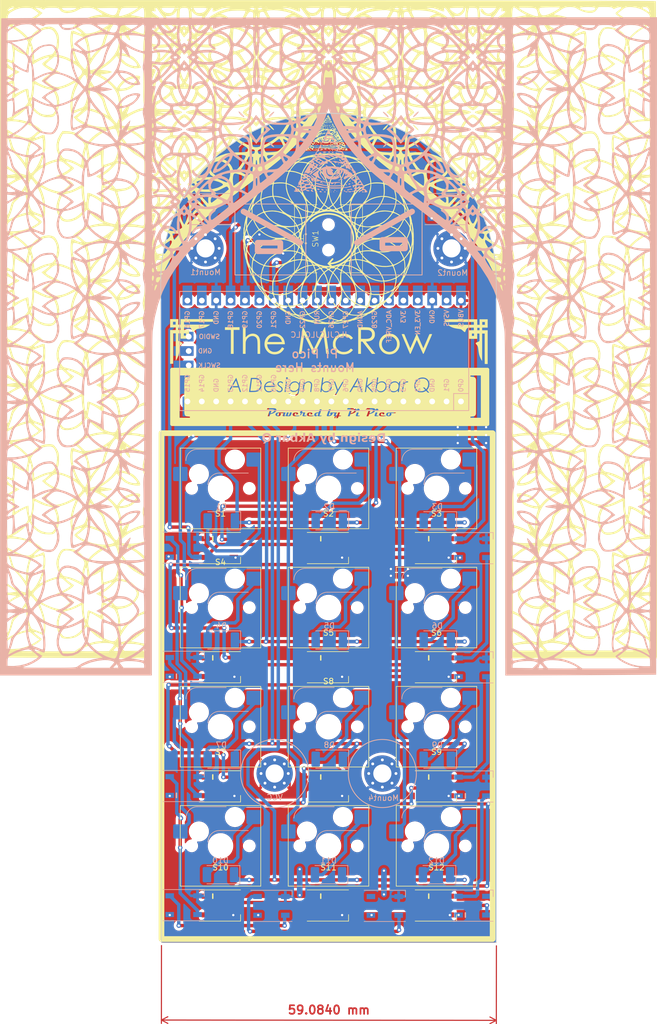
<source format=kicad_pcb>
(kicad_pcb (version 20241229) (generator "pcbnew") (generator_version "9.0")
  (title_block (title "Macro Keypad w/ Rotary on Top") (date "2023-12-27") (rev "1.0") (company "Akbar Q Open Source") (comment 1 "PCB Manufacture as 3x1 Panels Complete from JLC PCB") (comment 2 "Soldering of LEDs is Difficult by Hand"))
  (layers (0 "F.Cu" signal) (2 "B.Cu" signal) (13 "F.Paste" user) (15 "B.Paste" user) (5 "F.SilkS" user "F.Silkscreen") (7 "B.SilkS" user "B.Silkscreen") (1 "F.Mask" user) (3 "B.Mask" user) (25 "Edge.Cuts" user))
  (net 0 "")
  (net 1 "Row0")
  (net 2 "Net-(D1-A)")
  (net 3 "Net-(D2-A)")
  (net 4 "Net-(D3-A)")
  (net 5 "Net-(D4-A)")
  (net 6 "Row1")
  (net 7 "Net-(D5-A)")
  (net 8 "Net-(D6-A)")
  (net 9 "Net-(D7-A)")
  (net 10 "Net-(D8-A)")
  (net 11 "Row2")
  (net 12 "Net-(D9-A)")
  (net 13 "Net-(D10-A)")
  (net 14 "Net-(D11-A)")
  (net 15 "Net-(D12-A)")
  (net 16 "VBUS")
  (net 17 "Net-(D13-DOUT)")
  (net 18 "GND")
  (net 19 "Data0")
  (net 20 "Net-(D14-DOUT)")
  (net 21 "Net-(D15-DOUT)")
  (net 22 "Net-(D16-DOUT)")
  (net 23 "Net-(D17-DOUT)")
  (net 24 "Data1")
  (net 25 "Net-(D19-DOUT)")
  (net 26 "Net-(D20-DOUT)")
  (net 27 "Net-(D21-DOUT)")
  (net 28 "Net-(D22-DOUT)")
  (net 29 "Net-(D23-DOUT)")
  (net 30 "Data2")
  (net 31 "Net-(D25-DOUT)")
  (net 32 "Net-(D26-DOUT)")
  (net 33 "Data3")
  (net 34 "Net-(D27-DOUT)")
  (net 35 "Net-(D28-DOUT)")
  (net 36 "Net-(D29-DOUT)")
  (net 37 "Net-(D31-DOUT)")
  (net 38 "Net-(D32-DOUT)")
  (net 39 "Net-(D33-DOUT)")
  (net 40 "Net-(D34-DOUT)")
  (net 41 "Data4")
  (net 42 "Col0")
  (net 43 "Col1")
  (net 44 "Col2")
  (net 55 "Net-(U1-GPIO21)")
  (net 56 "Net-(U1-GPIO19)")
  (net 58 "Net-(U1-GPIO18)")
  (net 71 "Row3")
  (net 73 "Net-(D35-DOUT)")
  (footprint "ScottoKeebs_Components:LED_WS2812B" (layer "F.Cu") (at 52.6418 154.3104)
    (property "Reference" "D19" (hide yes))
    (property "Value" "WS2812B")
  )
  (footprint "LOGO" (layer "F.Cu") (at 71.805 57.7958)
    (property "Reference" "G***" (hide yes))
    (property "Value" "LOGO" (hide yes))
  )
  (footprint "ScottoKeebs_Components:LED_WS2812B" (layer "F.Cu") (at 52.6418 133.3104)
    (property "Reference" "D16" (hide yes))
    (property "Value" "WS2812B")
  )
  (footprint "LOGO" (layer "F.Cu") (at 72.821 74.549)
    (property "Reference" "G***" (hide yes))
    (property "Value" "LOGO" (hide yes))
  )
  (footprint "ScottoKeebs_Hotswap:Hotswap_MX_1.00u" (layer "F.Cu") (at 52.755 101.7958)
    (property "Reference" "S1")
    (property "Value" "Keyswitch")
  )
  (footprint "ScottoKeebs_Hotswap:Hotswap_MX_1.00u" (layer "F.Cu") (at 71.805 164.7958)
    (property "Reference" "S11")
    (property "Value" "Keyswitch")
  )
  (footprint "ScottoKeebs_Components:LED_WS2812B" (layer "F.Cu") (at 90.7418 112.3104)
    (property "Reference" "D15" (hide yes))
    (property "Value" "WS2812B")
  )
  (footprint "ScottoKeebs_Hotswap:Hotswap_MX_1.00u" (layer "F.Cu") (at 52.755 143.7958)
    (property "Reference" "S7")
    (property "Value" "Keyswitch")
  )
  (footprint "ScottoKeebs_Hotswap:Hotswap_MX_1.00u" (layer "F.Cu") (at 90.855 143.7958)
    (property "Reference" "S9")
    (property "Value" "Keyswitch")
  )
  (footprint "ScottoKeebs_Components:LED_WS2812B" (layer "F.Cu") (at 71.6918 154.3104)
    (property "Reference" "D20" (hide yes))
    (property "Value" "WS2812B")
  )
  (footprint "ScottoKeebs_Components:LED_WS2812B" (layer "F.Cu") (at 71.6918 175.3104)
    (property "Reference" "D23" (hide yes))
    (property "Value" "WS2812B")
  )
  (footprint "ScottoKeebs_Components:LED_WS2812B" (layer "F.Cu") (at 71.6918 112.3104)
    (property "Reference" "D14" (hide yes))
    (property "Value" "WS2812B")
  )
  (footprint "ScottoKeebs_Components:SMD Rotary Switch re1103" (layer "F.Cu") (at 71.805 57.7958 90)
    (property "Reference" "SW1")
    (property "Value" "RotaryEncoder_Switch")
  )
  (footprint "ScottoKeebs_Hotswap:Hotswap_MX_1.00u" (layer "F.Cu") (at 71.805 101.7958)
    (property "Reference" "S2")
    (property "Value" "Keyswitch")
  )
  (footprint "LOGO" (layer "F.Cu") (at 72.059 86.7278)
    (property "Reference" "G***")
    (property "Value" "LOGO" (hide yes))
  )
  (footprint "ScottoKeebs_Components:LED_WS2812B" (layer "F.Cu") (at 52.6418 175.3104)
    (property "Reference" "D22" (hide yes))
    (property "Value" "WS2812B")
  )
  (footprint "ScottoKeebs_Hotswap:Hotswap_MX_1.00u" (layer "F.Cu") (at 90.855 164.7958)
    (property "Reference" "S12")
    (property "Value" "Keyswitch")
  )
  (footprint "ScottoKeebs_Hotswap:Hotswap_MX_1.00u" (layer "F.Cu") (at 71.805 122.7958)
    (property "Reference" "S5")
    (property "Value" "Keyswitch")
  )
  (footprint "ScottoKeebs_Components:LED_WS2812B" (layer "F.Cu") (at 90.7418 154.3104)
    (property "Reference" "D21" (hide yes))
    (property "Value" "WS2812B")
  )
  (footprint "ScottoKeebs_Hotswap:Hotswap_MX_1.00u" (layer "F.Cu") (at 90.855 101.7958)
    (property "Reference" "S3")
    (property "Value" "Keyswitch")
  )
  (footprint "ScottoKeebs_Hotswap:Hotswap_MX_1.00u" (layer "F.Cu") (at 71.805 143.7958)
    (property "Reference" "S8")
    (property "Value" "Keyswitch")
  )
  (footprint "LOGO" (layer "F.Cu") (at 71.678 39.751)
    (property "Reference" "G***" (hide yes))
    (property "Value" "LOGO" (hide yes))
  )
  (footprint "ScottoKeebs_Components:LED_WS2812B" (layer "F.Cu") (at 90.7418 133.3104)
    (property "Reference" "D18" (hide yes))
    (property "Value" "WS2812B")
  )
  (footprint "ScottoKeebs_Hotswap:Hotswap_MX_1.00u" (layer "F.Cu") (at 52.755 122.7958)
    (property "Reference" "S4")
    (property "Value" "Keyswitch")
  )
  (footprint "ScottoKeebs_Components:LED_WS2812B" (layer "F.Cu") (at 52.6418 112.3104)
    (property "Reference" "D13" (hide yes))
    (property "Value" "WS2812B")
  )
  (footprint "ScottoKeebs_Hotswap:Hotswap_MX_1.00u" (layer "F.Cu") (at 52.755 164.7958)
    (property "Reference" "S10")
    (property "Value" "Keyswitch")
  )
  (footprint "ScottoKeebs_Components:LED_WS2812B" (layer "F.Cu") (at 71.6918 133.3104)
    (property "Reference" "D17" (hide yes))
    (property "Value" "WS2812B")
  )
  (footprint "ScottoKeebs_Components:LED_WS2812B" (layer "F.Cu") (at 90.7418 175.3104)
    (property "Reference" "D24" (hide yes))
    (property "Value" "WS2812B")
  )
  (footprint "ScottoKeebs_Hotswap:Hotswap_MX_1.00u" (layer "F.Cu") (at 90.855 122.7958)
    (property "Reference" "S6")
    (property "Value" "Keyswitch")
  )
  (footprint "MountingHole:MountingHole_3.2mm_M3_Pad_Via" (layer "B.Cu") (at 62.305 152.0458 180)
    (property "Reference" "VCC")
    (property "Value" "MountingHole_3.2mm_M3_Pad_Via")
  )
  (footprint "ScottoKeebs_Components:LED_WS2812B" (layer "B.Cu") (at 81.735 175.3738)
    (property "Reference" "D36" (hide yes))
    (property "Value" "WS2812B")
  )
  (footprint "Diode_SMD:D_MELF" (layer "B.Cu") (at 71.805 169.8758 180)
    (property "Reference" "D11")
    (property "Value" "Diode")
  )
  (footprint "Diode_SMD:D_MELF" (layer "B.Cu") (at 52.895 107.5108 180)
    (property "Reference" "D1")
    (property "Value" "Diode")
  )
  (footprint "Diode_SMD:D_MELF" (layer "B.Cu") (at 90.855 169.8758 180)
    (property "Reference" "D12")
    (property "Value" "Diode")
  )
  (footprint "ScottoKeebs_Components:LED_WS2812B" (layer "B.Cu") (at 97.205 154.3318)
    (property "Reference" "D26" (hide yes))
    (property "Value" "WS2812B")
  )
  (footprint "Diode_SMD:D_MELF" (layer "B.Cu") (at 52.895 128.5108 180)
    (property "Reference" "D4")
    (property "Value" "Diode")
  )
  (footprint "Diode_SMD:D_MELF" (layer "B.Cu") (at 71.945 107.5108 180)
    (property "Reference" "D2")
    (property "Value" "Diode")
  )
  (footprint "MountingHole:MountingHole_3.2mm_M3_Pad_Via" (layer "B.Cu") (at 50.107944 59.492856 180)
    (property "Reference" "Mount1")
    (property "Value" "MountingHole_3.2mm_M3_Pad_Via")
  )
  (footprint "ScottoKeebs_Components:LED_WS2812B" (layer "B.Cu") (at 46.241 112.2478)
    (property "Reference" "D31" (hide yes))
    (property "Value" "WS2812B")
  )
  (footprint "ScottoKeebs_Components:LED_WS2812B" (layer "B.Cu") (at 97.205 133.3318)
    (property "Reference" "D27" (hide yes))
    (property "Value" "WS2812B")
  )
  (footprint "Diode_SMD:D_MELF" (layer "B.Cu") (at 90.995 149.5108 180)
    (property "Reference" "D9")
    (property "Value" "Diode")
  )
  (footprint "ScottoKeebs_Components:LED_WS2812B" (layer "B.Cu") (at 46.241 175.2478)
    (property "Reference" "D34" (hide yes))
    (property "Value" "WS2812B")
  )
  (footprint "ScottoKeebs_Components:LED_WS2812B" (layer "B.Cu") (at 61.735 175.3738)
    (property "Reference" "D35" (hide yes))
    (property "Value" "WS2812B")
  )
  (footprint "ScottoKeebs_MCU:Raspberry_Pi_Pico_FrontSilkOnly" (layer "B.Cu") (at 71.043 77.5838 90)
    (property "Reference" "U1" (hide yes))
    (property "Value" "Raspberry_Pi_Pico" (hide yes))
  )
  (footprint "Diode_SMD:D_MELF" (layer "B.Cu") (at 52.755 169.8758 180)
    (property "Reference" "D10")
    (property "Value" "Diode")
  )
  (footprint "ScottoKeebs_Components:LED_WS2812B" (layer "B.Cu") (at 97.205 112.3318)
    (property "Reference" "D28" (hide yes))
    (property "Value" "WS2812B")
  )
  (footprint "MountingHole:MountingHole_3.2mm_M3_Pad_Via" (layer "B.Cu") (at 81.305 152.0458 180)
    (property "Reference" "Mount4")
    (property "Value" "MountingHole_3.2mm_M3_Pad_Via")
  )
  (footprint "ScottoKeebs_Components:LED_WS2812B" (layer "B.Cu") (at 92.469 52.5638)
    (property "Reference" "D29" (hide yes))
    (property "Value" "WS2812B")
  )
  (footprint "Diode_SMD:D_MELF" (layer "B.Cu") (at 71.945 149.5108 180)
    (property "Reference" "D8")
    (property "Value" "Diode")
  )
  (footprint "Diode_SMD:D_MELF" (layer "B.Cu") (at 90.995 128.5108 180)
    (property "Reference" "D6")
    (property "Value" "Diode")
  )
  (footprint "ScottoKeebs_Components:LED_WS2812B" (layer "B.Cu") (at 97.205 175.3318)
    (property "Reference" "D25" (hide yes))
    (property "Value" "WS2812B")
  )
  (footprint "LOGO" (layer "B.Cu") (at 71.89809 45.190813 180)
    (property "Reference" "G***" (hide yes))
    (property "Value" "LOGO" (hide yes))
  )
  (footprint "Diode_SMD:D_MELF" (layer "B.Cu") (at 90.995 107.5108 180)
    (property "Reference" "D3")
    (property "Value" "Diode")
  )
  (footprint "MountingHole:MountingHole_3.2mm_M3_Pad_Via" (layer "B.Cu") (at 93.507944 59.492856 180)
    (property "Reference" "Mount2")
    (property "Value" "MountingHole_3.2mm_M3_Pad_Via")
  )
  (footprint "ScottoKeebs_Components:LED_WS2812B" (layer "B.Cu") (at 46.241 133.2478)
    (property "Reference" "D32" (hide yes))
    (property "Value" "WS2812B")
  )
  (footprint "LOGO" (layer "B.Cu") (at 70.798 77.5838 180)
    (property "Reference" "G***" (hide yes))
    (property "Value" "LOGO" (hide yes))
  )
  (footprint "Diode_SMD:D_MELF" (layer "B.Cu") (at 71.945 128.5108 180)
    (property "Reference" "D5")
    (property "Value" "Diode")
  )
  (footprint "Diode_SMD:D_MELF" (layer "B.Cu") (at 52.895 149.5108 180)
    (property "Reference" "D7")
    (property "Value" "Diode")
  )
  (footprint "ScottoKeebs_Components:LED_WS2812B" (layer "B.Cu") (at 51.019 52.5638)
    (property "Reference" "D30" (hide yes))
    (property "Value" "WS2812B")
  )
  (footprint "ScottoKeebs_Components:LED_WS2812B" (layer "B.Cu") (at 46.241 154.2478)
    (property "Reference" "D33" (hide yes))
    (property "Value" "WS2812B")
  )
  (gr_rect (start 42.341 92.0618) (end 100.761 181.2158) (stroke (width 1)) (fill no) (layer "F.SilkS"))
  (gr_circle (center 71.805 57.7958) (end 86.805 57.7958) (stroke (width 0.1) (type dash)) (fill no) (layer "F.SilkS"))
  (gr_rect (start 81.305 58) (end 85.305 59.5) (stroke (width 1)) (fill no) (layer "B.SilkS"))
  (gr_line (start 86.555 53) (end 76.805 58.5) (stroke (width 1)) (layer "B.SilkS"))
  (gr_circle (center 81.305 152.0458) (end 87.305 152.0458) (stroke (width 0.15)) (fill no) (layer "B.SilkS"))
  (gr_rect (start 75.815 51.6758) (end 88.315 64.1758) (stroke (width 0.15)) (fill no) (layer "B.SilkS"))
  (gr_circle (center 62.305 152.0458) (end 68.305 152.0458) (stroke (width 0.15)) (fill no) (layer "B.SilkS"))
  (gr_line (start 47.369 55.3138) (end 54.669 55.3138) (stroke (width 0.15)) (layer "B.SilkS"))
  (gr_line (start 56.805 53) (end 66.805 58.5) (stroke (width 1)) (layer "B.SilkS"))
  (gr_rect (start 55.295 51.6758) (end 67.795 64.1758) (stroke (width 0.15)) (fill no) (layer "B.SilkS"))
  (gr_rect (start 59.305 58.5) (end 63.305 60) (stroke (width 1)) (fill no) (layer "B.SilkS"))
  (gr_arc (start 42.214 65.278) (mid 71.805 35.687) (end 101.396 65.278) (stroke (width 0.15)) (layer "Edge.Cuts"))
  (gr_line (start 101.396 181.864) (end 42.341 181.864) (stroke (width 0.1)) (layer "Edge.Cuts"))
  (gr_line (start 101.396 65.278) (end 101.396 181.864) (stroke (width 0.1)) (layer "Edge.Cuts"))
  (gr_line (start 42.341 181.864) (end 42.214 65.278) (stroke (width 0.1)) (layer "Edge.Cuts"))
  (gr_text "Pi Pico\nMounts Here" (at 69.4 81.3808 0) (layer "B.SilkS") (effects (font (size 1.5 1.5) (thickness 0.25) (bold yes)) (justify bottom mirror)))
  (gr_text "Design by Akbar Q" (at 81.965 93.8398 0) (layer "B.SilkS") (effects (font (size 1.5 1.5) (thickness 0.3) (bold yes)) (justify left bottom mirror)))
  (gr_text "JLCJLCJLCJLC" (at 75.488 75.311 0) (layer "B.SilkS") (effects (font (size 1 1)) (justify left bottom mirror)))
  (dimension (type aligned) (layer "F.Cu") (pts (xy 42.341 181.864) (xy 101.425 181.9158)) (height 13.629237) (format (prefix "") (suffix "") (units 3) (units_format 1) (precision 4)) (style (thickness 0.2) (arrow_length 1.27) (text_position_mode 0) (arrow_direction outward) (extension_height 0.58642) (extension_offset 0.5) (keep_text_aligned yes)) (gr_text "59.0840 mm" (at 71.872629 193.719133 359.9497678) (layer "F.Cu") (effects (font (size 1.5 1.5) (thickness 0.3)))))
  (segment (start 57.805 107.7958) (end 95.805 107.7958) (width 0.6) (layer "F.Cu") (net 1))
  (via (at 95.805 107.7958) (size 0.8) (drill 0.4) (layers "F.Cu" "B.Cu") (net 1))
  (via (at 57.805 107.7958) (size 0.8) (drill 0.4) (layers "F.Cu" "B.Cu") (net 1))
  (via (at 76.805 107.7958) (size 0.8) (drill 0.4) (layers "F.Cu" "B.Cu") (net 1))
  (segment (start 52.501 97.5678) (end 55.676 100.7428) (width 0.6) (layer "B.Cu") (net 1))
  (segment (start 54.533 93.0593) (end 52.501 95.0913) (width 0.6) (layer "B.Cu") (net 1))
  (segment (start 52.501 95.0913) (end 52.501 97.5678) (width 0.6) (layer "B.Cu") (net 1))
  (segment (start 76.805 107.7958) (end 74.63 107.7958) (width 0.6) (layer "B.Cu") (net 1))
  (segment (start 54.533 86.4738) (end 54.533 93.0593) (width 0.6) (layer "B.Cu") (net 1))
  (segment (start 57.805 107.7958) (end 55.58 107.7958) (width 0.6) (layer "B.Cu") (net 1))
  (segment (start 55.676 100.7428) (end 55.676 107.1298) (width 0.6) (layer "B.Cu") (net 1))
  (segment (start 95.805 107.7958) (end 93.68 107.7958) (width 0.6) (layer "B.Cu") (net 1))
  (segment (start 59.605 97.3958) (end 59.605 109.5958) (width 0.6) (layer "B.Cu") (net 2))
  (segment (start 59.605 109.5958) (end 56.405 112.7958) (width 0.6) (layer "B.Cu") (net 2))
  (segment (start 56.405 112.7958) (end 52.005 112.7958) (width 0.6) (layer "B.Cu") (net 2))
  (segment (start 50.495 111.2858) (end 50.495 107.5108) (width 0.6) (layer "B.Cu") (net 2))
  (segment (start 52.005 112.7958) (end 50.495 111.2858) (width 0.6) (layer "B.Cu") (net 2))
  (segment (start 77.647 96.7158) (end 78.805 97.8738) (width 0.6) (layer "B.Cu") (net 3))
  (segment (start 72.66 104.3958) (end 69.545 107.5108) (width 0.6) (layer "B.Cu") (net 3))
  (segment (start 78.805 97.8738) (end 78.805 102.7958) (width 0.6) (layer "B.Cu") (net 3))
  (segment (start 77.205 104.3958) (end 72.66 104.3958) (width 0.6) (layer "B.Cu") (net 3))
  (segment (start 78.805 102.7958) (end 77.205 104.3958) (width 0.6) (layer "B.Cu") (net 3))
  (segment (start 95.605 104.9958) (end 91.11 104.9958) (width 0.6) (layer "B.Cu") (net 4))
  (segment (start 96.697 96.7158) (end 97.805 97.8238) (width 0.6) (layer "B.Cu") (net 4))
  (segment (start 97.805 97.8238) (end 97.805 102.7958) (width 0.6) (layer "B.Cu") (net 4))
  (segment (start 91.11 104.9958) (end 88.595 107.5108) (width 0.6) (layer "B.Cu") (net 4))
  (segment (start 97.805 102.7958) (end 95.605 104.9958) (width 0.6) (layer "B.Cu") (net 4))
  (segment (start 58.597 118.6038) (end 55.805 121.3958) (width 0.6) (layer "B.Cu") (net 5))
  (segment (start 50.495 126.5058) (end 50.495 128.5108) (width 0.6) (layer "B.Cu") (net 5))
  (segment (start 55.304 125.4968) (end 51.504 125.4968) (width 0.6) (layer "B.Cu") (net 5))
  (segment (start 51.504 125.4968) (end 50.495 126.5058) (width 0.6) (layer "B.Cu") (net 5))
  (segment (start 55.805 121.3958) (end 55.805 124.9958) (width 0.6) (layer "B.Cu") (net 5))
  (segment (start 55.805 124.9958) (end 55.304 125.4968) (width 0.6) (layer "B.Cu") (net 5))
  (segment (start 60.742 128.7958) (end 60.756 128.8098) (width 0.6) (layer "F.Cu") (net 6))
  (segment (start 60.756 128.8098) (end 60.77 128.7958) (width 0.6) (layer "F.Cu") (net 6))
  (segment (start 57.805 128.7958) (end 60.742 128.7958) (width 0.6) (layer "F.Cu") (net 6))
  (segment (start 60.77 128.7958) (end 95.805 128.7958) (width 0.6) (layer "F.Cu") (net 6))
  (via (at 95.805 128.7958) (size 0.8) (drill 0.4) (layers "F.Cu" "B.Cu") (net 6))
  (via (at 57.805 128.7958) (size 0.8) (drill 0.4) (layers "F.Cu" "B.Cu") (net 6))
  (via (at 76.805 128.7958) (size 0.8) (drill 0.4) (layers "F.Cu" "B.Cu") (net 6))
  (via (at 60.756 128.8098) (size 0.8) (drill 0.4) (layers "F.Cu" "B.Cu") (net 6))
  (segment (start 57.073 89.9478) (end 60.883 93.7578) (width 0.6) (layer "B.Cu") (net 6))
  (segment (start 57.073 86.4738) (end 57.073 89.9478) (width 0.6) (layer "B.Cu") (net 6))
  (segment (start 57.805 128.7958) (end 55.58 128.7958) (width 0.6) (layer "B.Cu") (net 6))
  (segment (start 95.805 128.7958) (end 93.68 128.7958) (width 0.6) (layer "B.Cu") (net 6))
  (segment (start 76.805 128.7958) (end 74.63 128.7958) (width 0.6) (layer "B.Cu") (net 6))
  (segment (start 60.883 93.7578) (end 60.883 128.6828) (width 0.6) (layer "B.Cu") (net 6))
  (segment (start 77.647 117.7158) (end 77.647 118.7538) (width 0.6) (layer "B.Cu") (net 7))
  (segment (start 70.66 126.1958) (end 69.545 127.3108) (width 0.6) (layer "B.Cu") (net 7))
  (segment (start 73.805 126.1958) (end 70.66 126.1958) (width 0.6) (layer "B.Cu") (net 7))
  (segment (start 69.545 127.3108) (end 69.545 128.5108) (width 0.6) (layer "B.Cu") (net 7))
  (segment (start 74.805 121.5958) (end 74.805 125.1958) (width 0.6) (layer "B.Cu") (net 7))
  (segment (start 77.647 118.7538) (end 74.805 121.5958) (width 0.6) (layer "B.Cu") (net 7))
  (segment (start 74.805 125.1958) (end 73.805 126.1958) (width 0.6) (layer "B.Cu") (net 7))
  (segment (start 96.697 117.7158) (end 96.697 118.7038) (width 0.6) (layer "B.Cu") (net 8))
  (segment (start 93.805 121.5958) (end 93.805 124.5958) (width 0.6) (layer "B.Cu") (net 8))
  (segment (start 93.805 124.5958) (end 89.89 128.5108) (width 0.6) (layer "B.Cu") (net 8))
  (segment (start 89.89 128.5108) (end 88.595 128.5108) (width 0.6) (layer "B.Cu") (net 8))
  (segment (start 96.697 118.7038) (end 93.805 121.5958) (width 0.6) (layer "B.Cu") (net 8))
  (segment (start 50.805 147.3958) (end 50.405 147.7958) (width 0.6) (layer "B.Cu") (net 9))
  (segment (start 50.405 147.7958) (end 50.405 149.4208) (width 0.6) (layer "B.Cu") (net 9))
  (segment (start 55.605 142.7958) (end 55.605 145.7958) (width 0.6) (layer "B.Cu") (net 9))
  (segment (start 54.005 147.3958) (end 50.805 147.3958) (width 0.6) (layer "B.Cu") (net 9))
  (segment (start 58.597 139.8038) (end 55.605 142.7958) (width 0.6) (layer "B.Cu") (net 9))
  (segment (start 55.605 145.7958) (end 54.005 147.3958) (width 0.6) (layer "B.Cu") (net 9))
  (segment (start 58.597 138.7158) (end 58.597 139.8038) (width 0.6) (layer "B.Cu") (net 9))
  (segment (start 71.09 149.5108) (end 69.545 149.5108) (width 0.6) (layer "B.Cu") (net 10))
  (segment (start 75.005 145.5958) (end 71.09 149.5108) (width 0.6) (layer "B.Cu") (net 10))
  (segment (start 77.647 140.1538) (end 75.005 142.7958) (width 0.6) (layer "B.Cu") (net 10))
  (segment (start 75.005 142.7958) (end 75.005 145.5958) (width 0.6) (layer "B.Cu") (net 10))
  (segment (start 77.647 138.7158) (end 77.647 140.1538) (width 0.6) (layer "B.Cu") (net 10))
  (segment (start 57.805 146.7958) (end 95.805 146.7958) (width 0.6) (layer "F.Cu") (net 11))
  (via (at 61.899 146.7168) (size 0.8) (drill 0.4) (layers "F.Cu" "B.Cu") (net 11))
  (via (at 57.805 146.7958) (size 0.8) (drill 0.4) (layers "F.Cu" "B.Cu") (net 11))
  (via (at 95.805 146.7958) (size 0.8) (drill 0.4) (layers "F.Cu" "B.Cu") (net 11))
  (via (at 76.805 146.7958) (size 0.8) (drill 0.4) (layers "F.Cu" "B.Cu") (net 11))
  (segment (start 95.805 147.1008) (end 93.395 149.5108) (width 0.6) (layer "B.Cu") (net 11))
  (segment (start 59.613 89.9478) (end 61.899 92.2338) (width 0.6) (layer "B.Cu") (net 11))
  (segment (start 95.805 146.7958) (end 95.805 147.1008) (width 0.6) (layer "B.Cu") (net 11))
  (segment (start 55.295 148.3058) (end 55.295 149.5108) (width 0.6) (layer "B.Cu") (net 11))
  (segment (start 61.899 92.2338) (end 61.899 146.7168) (width 0.6) (layer "B.Cu") (net 11))
  (segment (start 76.805 146.7958) (end 76.805 147.0508) (width 0.6) (layer "B.Cu") (net 11))
  (segment (start 56.805 146.7958) (end 55.295 148.3058) (width 0.6) (layer "B.Cu") (net 11))
  (segment (start 59.613 86.4738) (end 59.613 89.9478) (width 0.6) (layer "B.Cu") (net 11))
  (segment (start 76.805 147.0508) (end 74.345 149.5108) (width 0.6) (layer "B.Cu") (net 11))
  (segment (start 57.805 146.7958) (end 56.805 146.7958) (width 0.6) (layer "B.Cu") (net 11))
  (segment (start 89.69 149.5108) (end 88.595 149.5108) (width 0.6) (layer "B.Cu") (net 12))
  (segment (start 96.697 138.7158) (end 96.697 139.9038) (width 0.6) (layer "B.Cu") (net 12))
  (segment (start 93.805 142.7958) (end 93.805 145.3958) (width 0.6) (layer "B.Cu") (net 12))
  (segment (start 96.697 139.9038) (end 93.805 142.7958) (width 0.6) (layer "B.Cu") (net 12))
  (segment (start 93.805 145.3958) (end 89.69 149.5108) (width 0.6) (layer "B.Cu") (net 12))
  (segment (start 58.597 160.4038) (end 55.805 163.1958) (width 0.6) (layer "B.Cu") (net 13))
  (segment (start 55.805 166.7958) (end 55.005 167.5958) (width 0.6) (layer "B.Cu") (net 13))
  (segment (start 55.805 163.1958) (end 55.805 166.7958) (width 0.6) (layer "B.Cu") (net 13))
  (segment (start 52.635 167.5958) (end 50.355 169.8758) (width 0.6) (layer "B.Cu") (net 13))
  (segment (start 55.005 167.5958) (end 52.635 167.5958) (width 0.6) (layer "B.Cu") (net 13))
  (segment (start 70.725 169.8758) (end 69.405 169.8758) (width 0.6) (layer "B.Cu") (net 14))
  (segment (start 77.647 160.3538) (end 74.805 163.1958) (width 0.6) (layer "B.Cu") (net 14))
  (segment (start 74.805 165.7958) (end 70.725 169.8758) (width 0.6) (layer "B.Cu") (net 14))
  (segment (start 74.805 163.1958) (end 74.805 165.7958) (width 0.6) (layer "B.Cu") (net 14))
  (segment (start 94.205 162.9958) (end 94.205 166.26514) (width 0.6) (layer "B.Cu") (net 15))
  (segment (start 96.697 160.5038) (end 94.205 162.9958) (width 0.6) (layer "B.Cu") (net 15))
  (segment (start 90.3308 168) (end 88.455 169.8758) (width 0.6) (layer "B.Cu") (net 15))
  (segment (start 94.205 166.26514) (end 92.47014 168) (width 0.6) (layer "B.Cu") (net 15))
  (segment (start 92.47014 168) (end 90.3308 168) (width 0.6) (layer "B.Cu") (net 15))
  (segment (start 59.805 150.606461) (end 59.805 149.4) (width 0.3) (layer "F.Cu") (net 16))
  (segment (start 63.365661 152.0458) (end 65.005 153.685139) (width 0.3) (layer "F.Cu") (net 16))
  (segment (start 65.005 153.685139) (end 65.005 154.6) (width 0.3) (layer "F.Cu") (net 16))
  (segment (start 64.805 150.606461) (end 64.805 149.6) (width 0.3) (layer "F.Cu") (net 16))
  (segment (start 59.805 153.485139) (end 59.805 154.6) (width 0.3) (layer "F.Cu") (net 16))
  (via (at 94.805 134.9958) (size 0.8) (drill 0.4) (layers "F.Cu" "B.Cu") (net 16))
  (via (at 66.725 168.91) (size 0.8) (drill 0.4) (layers "F.Cu" "B.Cu") (net 16))
  (via (at 43.805 134.9958) (size 0.8) (drill 0.4) (layers "F.Cu" "B.Cu") (net 16))
  (via (at 43.805 176.9958) (size 0.8) (drill 0.4) (layers "F.Cu" "B.Cu") (net 16))
  (via (at 81.584 173.355) (size 0.8) (drill 0.4) (layers "F.Cu" "B.Cu") (net 16))
  (via (at 94.805 155.9958) (size 0.8) (drill 0.4) (layers "F.Cu" "B.Cu") (net 16))
  (via (at 94.755 176.9818) (size 0.8) (drill 0.4) (layers "F.Cu" "B.Cu") (net 16))
  (via (at 95.005 113.9958) (size 0.8) (drill 0.4) (layers "F.Cu" "B.Cu") (net 16))
  (via (at 43.805 155.9958) (size 0.8) (drill 0.4) (layers "F.Cu" "B.Cu") (net 16))
  (via (at 79.405 176.9958) (size 0.8) (drill 0.4) (layers "F.Cu" "B.Cu") (net 16))
  (via (at 81.584 169.164) (size 0.8) (drill 0.4) (layers "F.Cu" "B.Cu") (net 16))
  (via (at 59.405 176.9958) (size 0.8) (drill 0.4) (layers "F.Cu" "B.Cu") (net 16))
  (via (at 48.605 54.1958) (size 0.8) (drill 0.4) (layers "F.Cu" "B.Cu") (net 16))
  (via (at 66.725 173.482) (size 0.8) (drill 0.4) (layers "F.Cu" "B.Cu") (net 16))
  (via (at 90.005 54.1958) (size 0.8) (drill 0.4) (layers "F.Cu" "B.Cu") (net 16))
  (via (at 43.605 113.7958) (size 0.8) (drill 0.4) (layers "F.Cu" "B.Cu") (net 16))
  (segment (start 66.725 168.91) (end 66.725 173.482) (width 1) (layer "B.Cu") (net 16))
  (segment (start 81.584 173.355) (end 81.584 169.164) (width 1) (layer "B.Cu") (net 16))
  (segment (start 52.625207 111.6648) (end 52.636207 111.6758) (width 0.6) (layer "F.Cu") (net 17))
  (segment (start 52.374 111.6648) (end 52.625207 111.6648) (width 0.6) (layer "F.Cu") (net 17))
  (segment (start 50.1918 113.847) (end 52.374 111.6648) (width 0.6) (layer "F.Cu") (net 17))
  (segment (start 73.1264 111.6758) (end 74.1418 110.6604) (width 0.6) (layer "F.Cu") (net 17))
  (segment (start 52.636207 111.6758) (end 73.1264 111.6758) (width 0.6) (layer "F.Cu") (net 17))
  (segment (start 79.805 55.2958) (end 74.326 55.2958) (width 0.6) (layer "F.Cu") (net 18))
  (segment (start 72.567 57.0548) (end 59.613 57.0548) (width 0.6) (layer "F.Cu") (net 18))
  (segment (start 94.605 91) (end 99.605 91) (width 1) (layer "F.Cu") (net 18))
  (segment (start 72.567 57.0548) (end 74.326 55.2958) (width 0.6) (layer "F.Cu") (net 18))
  (segment (start 94.605 93.8) (end 99.605 93.8) (width 1) (layer "F.Cu") (net 18))
  (segment (start 82.805 116) (end 85.805 116) (width 1) (layer "F.Cu") (net 18))
  (segment (start 82.805 117.2) (end 85.805 117.2) (width 1) (layer "F.Cu") (net 18))
  (segment (start 99.605 92.4) (end 94.605 92.4) (width 1) (layer "F.Cu") (net 18))
  (via (at 99.605 92.4) (size 0.8) (drill 0.4) (layers "F.Cu" "B.Cu") (net 18))
  (via (at 74.205 155.9958) (size 0.8) (drill 0.4) (layers "F.Cu" "B.Cu") (net 18))
  (via (at 74.205 134.9958) (size 0.8) (drill 0.4) (layers "F.Cu" "B.Cu") (net 18))
  (via (at 85.805 117.2) (size 0.8) (drill 0.4) (layers "F.Cu" "B.Cu") (net 18))
  (via (at 82.805 116) (size 0.8) (drill 0.4) (layers "F.Cu" "B.Cu") (net 18))
  (via (at 93.005 155.9958) (size 0.8) (drill 0.4) (layers "F.Cu" "B.Cu") (net 18))
  (via (at 99.605 93.8) (size 0.8) (drill 0.4) (layers "F.Cu" "B.Cu") (net 18))
  (via (at 74.205 176.9958) (size 0.8) (drill 0.4) (layers "F.Cu" "B.Cu") (net 18))
  (via (at 55.205 155.9958) (size 0.8) (drill 0.4) (layers "F.Cu" "B.Cu") (net 18))
  (via (at 82.805 117.2) (size 0.8) (drill 0.4) (layers "F.Cu" "B.Cu") (net 18))
  (via (at 93.005 113.9958) (size 0.8) (drill 0.4) (layers "F.Cu" "B.Cu") (net 18))
  (via (at 55.405 113.9958) (size 0.8) (drill 0.4) (layers "F.Cu" "B.Cu") (net 18))
  (via (at 93.205 176.9958) (size 0.8) (drill 0.4) (layers "F.Cu" "B.Cu") (net 18))
  (via (at 85.805 116) (size 0.8) (drill 0.4) (layers "F.Cu" "B.Cu") (net 18))
  (via (at 94.605 92.4) (size 0.8) (drill 0.4) (layers "F.Cu" "B.Cu") (net 18))
  (via (at 59.613 57.0548) (size 0.8) (drill 0.4) (layers "F.Cu" "B.Cu") (net 18))
  (via (at 63.805 60.3958) (size 0.8) (drill 0.4) (layers "F.Cu" "B.Cu") (net 18))
  (via (at 99.605 91) (size 0.8) (drill 0.4) (layers "F.Cu" "B.Cu") (net 18))
  (via (at 55.005 176.9958) (size 0.8) (drill 0.4) (layers "F.Cu" "B.Cu") (net 18))
  (via (at 94.605 93.8) (size 0.8) (drill 0.4) (layers "F.Cu" "B.Cu") (net 18))
  (via (at 94.605 91) (size 0.8) (drill 0.4) (layers "F.Cu" "B.Cu") (net 18))
  (via (at 55.205 134.9958) (size 0.8) (drill 0.4) (layers "F.Cu" "B.Cu") (net 18))
  (via (at 93.005 134.9958) (size 0.8) (drill 0.4) (layers "F.Cu" "B.Cu") (net 18))
  (via (at 74.205 113.9958) (size 0.8) (drill 0.4) (layers "F.Cu" "B.Cu") (net 18))
  (segment (start 51.540139 57) (end 52.524 57) (width 0.3) (layer "B.Cu") (net 18))
  (segment (start 52.524 57) (end 52.882 56.642) (width 0.3) (layer "B.Cu") (net 18))
  (segment (start 78.805 154.4) (end 78.897856 154.492856) (width 0.3) (layer "B.Cu") (net 18))
  (segment (start 47.605 60.935139) (end 47.605 62.2) (width 0.3) (layer "B.Cu") (net 18))
  (segment (start 52.605 60.929251) (end 52.605 62.4) (width 0.3) (layer "B.Cu") (net 18))
  (segment (start 48.675749 57) (end 47.405 57) (width 0.3) (layer "B.Cu") (net 18))
  (segment (start 84.005 150.406461) (end 84.005 149.6) (width 0.3) (layer "B.Cu") (net 18))
  (segment (start 91.005 60.935139) (end 91.005 62) (width 0.3) (layer "B.Cu") (net 18))
  (segment (start 82.798539 154.6) (end 83.805 154.6) (width 0.3) (layer "B.Cu") (net 18))
  (segment (start 82.365661 152.0458) (end 84.005 150.406461) (width 0.3) (layer "B.Cu") (net 18))
  (segment (start 91.005 58.050573) (end 91.005 57) (width 0.3) (layer "B.Cu") (net 18))
  (segment (start 78.805 150.8) (end 78.805 149.6) (width 0.3) (layer "B.Cu") (net 18))
  (segment (start 96.005 60.8) (end 96.005 61.8) (width 0.3) (layer "B.Cu") (net 18))
  (segment (start 79.918605 154.492856) (end 78.897856 154.492856) (width 0.3) (layer "B.Cu") (net 18))
  (segment (start 53.136 104.9338) (end 79.552 104.9338) (width 0.6) (layer "F.Cu") (net 19))
  (segment (start 53.009 110.7758) (end 54.9764 110.7758) (width 0.6) (layer "F.Cu") (net 19))
  (segment (start 79.552 104.9338) (end 80.187 104.2988) (width 0.6) (layer "F.Cu") (net 19))
  (via (at 53.009 110.7758) (size 0.8) (drill 0.4) (layers "F.Cu" "B.Cu") (net 19))
  (via (at 53.136 104.9338) (size 0.8) (drill 0.4) (layers "F.Cu" "B.Cu") (net 19))
  (via (at 80.187 104.2988) (size 0.8) (drill 0.4) (layers "F.Cu" "B.Cu") (net 19))
  (segment (start 53.009 105.0608) (end 53.009 110.7758) (width 0.6) (layer "B.Cu") (net 19))
  (segment (start 82.605 88.5658) (end 82.605 89.1958) (width 0.6) (layer "B.Cu") (net 19))
  (segment (start 53.136 104.9338) (end 53.009 105.0608) (width 0.6) (layer "B.Cu") (net 19))
  (segment (start 80.187 91.6138) (end 80.187 104.2988) (width 0.6) (layer "B.Cu") (net 19))
  (segment (start 82.605 89.1958) (end 80.187 91.6138) (width 0.6) (layer "B.Cu") (net 19))
  (segment (start 69.2418 113.9604) (end 69.2418 113.466) (width 0.6) (layer "F.Cu") (net 20))
  (segment (start 69.2418 113.466) (end 70.154 112.5538) (width 0.6) (layer "F.Cu") (net 20))
  (segment (start 70.154 112.5538) (end 91.2984 112.5538) (width 0.6) (layer "F.Cu") (net 20))
  (segment (start 91.2984 112.5538) (end 93.1918 110.6604) (width 0.6) (layer "F.Cu") (net 20))
  (segment (start 43.992 115.2208) (end 80.695 115.2208) (width 0.6) (layer "F.Cu") (net 21))
  (segment (start 81.9554 113.9604) (end 88.2918 113.9604) (width 0.6) (layer "F.Cu") (net 21))
  (segment (start 80.695 115.2208) (end 81.9554 113.9604) (width 0.6) (layer "F.Cu") (net 21))
  (segment (start 53.644 131.6038) (end 55.0352 131.6038) (width 0.6) (layer "F.Cu") (net 21))
  (segment (start 44.119 126.3968) (end 53.39 126.3968) (width 0.6) (layer "F.Cu") (net 21))
  (via (at 53.39 126.3968) (size 0.8) (drill 0.4) (layers "F.Cu" "B.Cu") (net 21))
  (via (at 53.644 131.6038) (size 0.8) (drill 0.4) (layers "F.Cu" "B.Cu") (net 21))
  (via (at 44.119 126.3968) (size 0.8) (drill 0.4) (layers "F.Cu" "B.Cu") (net 21))
  (via (at 43.992 115.2208) (size 0.8) (drill 0.4) (layers "F.Cu" "B.Cu") (net 21))
  (segment (start 53.644 131.6038) (end 53.644 131.7308) (width 0.6) (layer "B.Cu") (net 21))
  (segment (start 53.39 126.3968) (end 53.39 131.4768) (width 0.6) (layer "B.Cu") (net 21))
  (segment (start 43.865 126.1428) (end 43.865 115.3478) (width 0.6) (layer "B.Cu") (net 21))
  (segment (start 44.119 126.3968) (end 43.865 126.1428) (width 0.6) (layer "B.Cu") (net 21))
  (segment (start 53.517 131.6038) (end 53.644 131.6038) (width 0.6) (layer "B.Cu") (net 21))
  (segment (start 53.644 131.7308) (end 53.517 131.6038) (width 0.6) (layer "B.Cu") (net 21))
  (segment (start 53.39 131.4768) (end 53.517 131.6038) (width 0.6) (layer "B.Cu") (net 21))
  (segment (start 43.865 115.3478) (end 43.992 115.2208) (width 0.6) (layer "B.Cu") (net 21))
  (segment (start 52.374 132.8738) (end 72.9284 132.8738) (width 0.6) (layer "F.Cu") (net 22))
  (segment (start 50.2874 134.9604) (end 52.374 132.8738) (width 0.6) (layer "F.Cu") (net 22))
  (segment (start 72.9284 132.8738) (end 74.1418 131.6604) (width 0.6) (layer "F.Cu") (net 22))
  (segment (start 69.2418 134.9604) (end 70.4394 133.7628) (width 0.6) (layer "F.Cu") (net 23))
  (segment (start 70.4394 133.7628) (end 81.076 133.7628) (width 0.6) (layer "F.Cu") (net 23))
  (segment (start 81.076 133.7628) (end 81.965 132.8738) (width 0.6) (layer "F.Cu") (net 23))
  (segment (start 81.965 132.8738) (end 91.9784 132.8738) (width 0.6) (layer "F.Cu") (net 23))
  (segment (start 91.9784 132.8738) (end 93.1918 131.6604) (width 0.6) (layer "F.Cu") (net 23))
  (segment (start 52.863 148.3958) (end 44.909 148.3958) (width 0.6) (layer "F.Cu") (net 24))
  (segment (start 80.314 136.4298) (end 43.611 136.4298) (width 0.6) (layer "F.Cu") (net 24))
  (segment (start 88.2918 134.9604) (end 81.7834 134.9604) (width 0.6) (layer "F.Cu") (net 24))
  (segment (start 53.263 152.6858) (end 55.0664 152.6858) (width 0.6) (layer "F.Cu") (net 24))
  (segment (start 81.7834 134.9604) (end 80.314 136.4298) (width 0.6) (layer "F.Cu") (net 24))
  (segment (start 53.263 148.7958) (end 52.863 148.3958) (width 0.6) (layer "F.Cu") (net 24))
  (segment (start 44.909 148.3958) (end 43.738 147.2248) (width 0.6) (layer "F.Cu") (net 24))
  (via (at 53.263 148.7958) (size 0.8) (drill 0.4) (layers "F.Cu" "B.Cu") (net 24))
  (via (at 43.738 147.2248) (size 0.8) (drill 0.4) (layers "F.Cu" "B.Cu") (net 24))
  (via (at 53.263 152.6858) (size 0.8) (drill 0.4) (layers "F.Cu" "B.Cu") (net 24))
  (via (at 43.611 136.4298) (size 0.8) (drill 0.4) (layers "F.Cu" "B.Cu") (net 24))
  (segment (start 43.484 146.9708) (end 43.738 147.2248) (width 0.6) (layer "B.Cu") (net 24))
  (segment (start 43.611 136.4298) (end 43.484 136.5568) (width 0.6) (layer "B.Cu") (net 24))
  (segment (start 43.484 136.5568) (end 43.484 146.9708) (width 0.6) (layer "B.Cu") (net 24))
  (segment (start 53.263 148.7958) (end 53.263 152.6858) (width 0.6) (layer "B.Cu") (net 24))
  (segment (start 51.485 157.2578) (end 67.36 157.2578) (width 0.6) (layer "F.Cu") (net 25))
  (segment (start 67.36 157.2578) (end 67.36 157.1308) (width 0.6) (layer "F.Cu") (net 25))
  (segment (start 74.1418 151.7968) (end 74.1418 152.6604) (width 0.6) (layer "F.Cu") (net 25))
  (segment (start 50.1918 155.9646) (end 51.485 157.2578) (width 0.6) (layer "F.Cu") (net 25))
  (segment (start 67.487 151.1618) (end 73.5068 151.1618) (width 0.6) (layer "F.Cu") (net 25))
  (segment (start 73.5068 151.1618) (end 74.1418 151.7968) (width 0.6) (layer "F.Cu") (net 25))
  (via (at 67.36 157.1308) (size 0.8) (drill 0.4) (layers "F.Cu" "B.Cu") (net 25))
  (via (at 67.487 151.1618) (size 0.8) (drill 0.4) (layers "F.Cu" "B.Cu") (net 25))
  (segment (start 67.487 157.0038) (end 67.36 157.1308) (width 0.6) (layer "B.Cu") (net 25))
  (segment (start 67.487 151.1618) (end 67.487 157.0038) (width 0.6) (layer "B.Cu") (net 25))
  (segment (start 69.2418 155.9604) (end 69.2418 156.8536) (width 0.6) (layer "F.Cu") (net 26))
  (segment (start 69.2418 156.8536) (end 69.773 157.3848) (width 0.6) (layer "F.Cu") (net 26))
  (segment (start 93.1918 152.8132) (end 93.1918 152.6604) (width 0.6) (layer "F.Cu") (net 26))
  (segment (start 86.41 154.6) (end 91.405 154.6) (width 0.6) (layer "F.Cu") (net 26))
  (segment (start 91.405 154.6) (end 93.1918 152.8132) (width 0.6) (layer "F.Cu") (net 26))
  (segment (start 69.773 157.3848) (end 86.41 157.3848) (width 0.6) (layer "F.Cu") (net 26))
  (via (at 86.41 157.3848) (size 0.8) (drill 0.4) (layers "F.Cu" "B.Cu") (net 26))
  (via (at 86.41 154.6) (size 0.8) (drill 0.4) (layers "F.Cu" "B.Cu") (net 26))
  (segment (start 86.41 154.6) (end 86.41 157.3848) (width 0.6) (layer "B.Cu") (net 26))
  (segment (start 88.2918 156.8536) (end 88.2918 155.9604) (width 0.6) (layer "F.Cu") (net 27))
  (segment (start 99.745 171.8628) (end 56.184 171.8628) (width 0.6) (layer "F.Cu") (net 27))
  (segment (start 55.0918 172.955) (end 55.0918 173.6604) (width 0.6) (layer "F.Cu") (net 27))
  (segment (start 88.823 157.3848) (end 88.2918 156.8536) (width 0.6) (layer "F.Cu") (net 27))
  (segment (start 56.184 171.8628) (end 55.0918 172.955) (width 0.6) (layer "F.Cu") (net 27))
  (segment (start 100.0095 157.3848) (end 88.823 157.3848) (width 0.6) (layer "F.Cu") (net 27))
  (via (at 100.0095 157.3848) (size 0.8) (drill 0.4) (layers "F.Cu" "B.Cu") (net 27))
  (via (at 99.745 171.8628) (size 0.8) (drill 0.4) (layers "F.Cu" "B.Cu") (net 27))
  (segment (start 99.872 171.7358) (end 99.745 171.8628) (width 0.6) (layer "B.Cu") (net 27))
  (segment (start 100.0095 157.3848) (end 99.872 157.5223) (width 0.6) (layer "B.Cu") (net 27))
  (segment (start 99.872 157.5223) (end 99.872 171.7358) (width 0.6) (layer "B.Cu") (net 27))
  (segment (start 50.1918 176.9604) (end 50.1918 176.077) (width 0.6) (layer "F.Cu") (net 28))
  (segment (start 51.485 174.7838) (end 73.0184 174.7838) (width 0.6) (layer "F.Cu") (net 28))
  (segment (start 50.1918 176.077) (end 51.485 174.7838) (width 0.6) (layer "F.Cu") (net 28))
  (segment (start 73.0184 174.7838) (end 74.1418 173.6604) (width 0.6) (layer "F.Cu") (net 28))
  (segment (start 90.22 175.6728) (end 92.2324 173.6604) (width 0.6) (layer "F.Cu") (net 29))
  (segment (start 70.281 175.6728) (end 90.22 175.6728) (width 0.6) (layer "F.Cu") (net 29))
  (segment (start 69.2418 176.9604) (end 69.2418 176.712) (width 0.6) (layer "F.Cu") (net 29))
  (segment (start 92.2324 173.6604) (end 93.1918 173.6604) (width 0.6) (layer "F.Cu") (net 29))
  (segment (start 69.2418 176.712) (end 70.281 175.6728) (width 0.6) (layer "F.Cu") (net 29))
  (segment (start 90.7104 176.9604) (end 92.379 175.2918) (width 0.6) (layer "F.Cu") (net 30))
  (segment (start 92.379 175.2918) (end 99.745 175.2918) (width 0.6) (layer "F.Cu") (net 30))
  (segment (start 88.2918 176.9604) (end 90.7104 176.9604) (width 0.6) (layer "F.Cu") (net 30))
  (via (at 99.745 175.2918) (size 0.8) (drill 0.4) (layers "F.Cu" "B.Cu") (net 30))
  (segment (start 99.745 175.2918) (end 99.745 176.8918) (width 0.6) (layer "B.Cu") (net 30))
  (segment (start 98.094 171.3548) (end 98.856 170.5928) (width 0.6) (layer "B.Cu") (net 31))
  (segment (start 97.799 173.6818) (end 98.094 173.3868) (width 0.6) (layer "B.Cu") (net 31))
  (segment (start 98.856 170.5928) (end 98.856 156.7808) (width 0.6) (layer "B.Cu") (net 31))
  (segment (start 94.755 173.6818) (end 97.799 173.6818) (width 0.6) (layer "B.Cu") (net 31))
  (segment (start 98.094 173.3868) (end 98.094 171.3548) (width 0.6) (layer "B.Cu") (net 31))
  (segment (start 98.856 156.7808) (end 99.655 155.9818) (width 0.6) (layer "B.Cu") (net 31))
  (segment (start 94.755 152.6818) (end 97.336 152.6818) (width 0.6) (layer "B.Cu") (net 32))
  (segment (start 99.872 150.1458) (end 99.872 135.1988) (width 0.6) (layer "B.Cu") (net 32))
  (segment (start 99.872 135.1988) (end 99.655 134.9818) (width 0.6) (layer "B.Cu") (net 32))
  (segment (start 97.336 152.6818) (end 99.872 150.1458) (width 0.6) (layer "B.Cu") (net 32))
  (segment (start 46.913 108.6168) (end 47.04 108.7438) (width 0.6) (layer "F.Cu") (net 33))
  (segment (start 43.805 108.6168) (end 46.913 108.6168) (width 0.6) (layer "F.Cu") (net 33))
  (via (at 47.04 108.7438) (size 0.8) (drill 0.4) (layers "F.Cu" "B.Cu") (net 33))
  (via (at 43.805 108.6168) (size 0.8) (drill 0.4) (layers "F.Cu" "B.Cu") (net 33))
  (segment (start 46.405 53.0778) (end 48.569 50.9138) (width 0.6) (layer "B.Cu") (net 33))
  (segment (start 47.167 108.8708) (end 47.167 113.3158) (width 0.6) (layer "B.Cu") (net 33))
  (segment (start 43.805 73.8818) (end 44.605 73.0818) (width 0.6) (layer "B.Cu") (net 33))
  (segment (start 46.405 56.3958) (end 46.405 53.0778) (width 0.6) (layer "B.Cu") (net 33))
  (segment (start 47.167 113.3158) (end 47.749 113.8978) (width 0.6) (layer "B.Cu") (net 33))
  (segment (start 43.805 108.6168) (end 43.805 73.8818) (width 0.6) (layer "B.Cu") (net 33))
  (segment (start 44.605 58.1958) (end 46.405 56.3958) (width 0.6) (layer "B.Cu") (net 33))
  (segment (start 47.04 108.7438) (end 47.167 108.8708) (width 0.6) (layer "B.Cu") (net 33))
  (segment (start 44.605 73.0818) (end 44.605 58.1958) (width 0.6) (layer "B.Cu") (net 33))
  (segment (start 47.749 113.8978) (end 48.691 113.8978) (width 0.6) (layer "B.Cu") (net 33))
  (segment (start 94.501 131.6653) (end 97.082 131.6653) (width 0.6) (layer "B.Cu") (net 34))
  (segment (start 99.745 129.0023) (end 99.745 114.3093) (width 0.6) (layer "B.Cu") (net 34))
  (segment (start 97.082 131.6653) (end 99.745 129.0023) (width 0.6) (layer "B.Cu") (net 34))
  (segment (start 99.205 107.3788) (end 99.205 95.4) (width 0.6) (layer "B.Cu") (net 35))
  (segment (start 97.205 93.4) (end 97.205 61.028391) (width 0.6) (layer "B.Cu") (net 35))
  (segment (start 97.207944 56.502744) (end 94.919 54.2138) (width 0.6) (layer "B.Cu") (net 35))
  (segment (start 97.205 61.028391) (end 97.207944 61.025447) (width 0.6) (layer "B.Cu") (net 35))
  (segment (start 94.755 110.6818) (end 95.902 110.6818) (width 0.6) (layer "B.Cu") (net 35))
  (segment (start 97.207944 61.025447) (end 97.207944 56.502744) (width 0.6) (layer "B.Cu") (net 35))
  (segment (start 95.902 110.6818) (end 99.205 107.3788) (width 0.6) (layer "B.Cu") (net 35))
  (segment (start 99.205 95.4) (end 97.205 93.4) (width 0.6) (layer "B.Cu") (net 35))
  (segment (start 87.553 41.5608) (end 57.327 41.5608) (width 0.6) (layer "B.Cu") (net 36))
  (segment (start 56.819 42.0688) (end 56.819 50.8638) (width 0.6) (layer "B.Cu") (net 36))
  (segment (start 56.819 50.8638) (end 53.469 54.2138) (width 0.6) (layer "B.Cu") (net 36))
  (segment (start 90.019 44.0268) (end 87.553 41.5608) (width 0.6) (layer "B.Cu") (net 36))
  (segment (start 90.019 50.9138) (end 90.019 44.0268) (width 0.6) (layer "B.Cu") (net 36))
  (segment (start 57.327 41.5608) (end 56.819 42.0688) (width 0.6) (layer "B.Cu") (net 36))
  (segment (start 45.77 117.1258) (end 45.897 122.8408) (width 0.6) (layer "F.Cu") (net 37))
  (via (at 45.77 117.1258) (size 0.8) (drill 0.4) (layers "F.Cu" "B.Cu") (net 37))
  (via (at 45.897 122.8408) (size 0.8) (drill 0.4) (layers "F.Cu" "B.Cu") (net 37))
  (segment (start 45.897 132.1038) (end 48.691 134.8978) (width 0.6) (layer "B.Cu") (net 37))
  (segment (start 45.205 112.0118) (end 45.205 116.5608) (width 0.6) (layer "B.Cu") (net 37))
  (segment (start 43.791 110.5978) (end 45.205 112.0118) (width 0.6) (layer "B.Cu") (net 37))
  (segment (start 45.897 122.8408) (end 45.897 132.1038) (width 0.6) (layer "B.Cu") (net 37))
  (segment (start 45.205 116.5608) (end 45.77 117.1258) (width 0.6) (layer "B.Cu") (net 37))
  (segment (start 45.643 138.7158) (end 45.643 143.2878) (width 0.6) (layer "F.Cu") (net 38))
  (via (at 45.605 138.7958) (size 0.8) (drill 0.4) (layers "F.Cu" "B.Cu") (net 38))
  (via (at 45.643 143.2878) (size 0.8) (drill 0.4) (layers "F.Cu" "B.Cu") (net 38))
  (segment (start 47.205 146.5958) (end 47.205 154.4118) (width 0.6) (layer "B.Cu") (net 38))
  (segment (start 45.643 143.2878) (end 45.643 145.0338) (width 0.6) (layer "B.Cu") (net 38))
  (segment (start 45.643 145.0338) (end 47.205 146.5958) (width 0.6) (layer "B.Cu") (net 38))
  (segment (start 45.643 134.4998) (end 45.643 138.7158) (width 0.6) (layer "B.Cu") (net 38))
  (segment (start 47.205 154.4118) (end 48.691 155.8978) (width 0.6) (layer "B.Cu") (net 38))
  (segment (start 45.643 138.7158) (end 45.643 138.7578) (width 0.6) (layer "B.Cu") (net 38))
  (segment (start 43.791 132.6478) (end 45.643 134.4998) (width 0.6) (layer "B.Cu") (net 38))
  (segment (start 43.791 131.5978) (end 43.791 132.6478) (width 0.6) (layer "B.Cu") (net 38))
  (segment (start 45.643 138.7578) (end 45.605 138.7958) (width 0.6) (layer "B.Cu") (net 38))
  (segment (start 45.77 159.9248) (end 45.643 160.0518) (width 0.6) (layer "F.Cu") (net 39))
  (segment (start 45.643 160.0518) (end 45.643 165.1318) (width 0.6) (layer "F.Cu") (net 39))
  (via (at 45.643 165.1318) (size 0.8) (drill 0.4) (layers "F.Cu" "B.Cu") (net 39))
  (via (at 45.77 159.9248) (size 0.8) (drill 0.4) (layers "F.Cu" "B.Cu") (net 39))
  (segment (start 45.77 159.7608) (end 45.041 159.0318) (width 0.6) (layer "B.Cu") (net 39))
  (segment (start 45.77 159.9248) (end 45.77 159.7608) (width 0.6) (layer "B.Cu") (net 39))
  (segment (start 45.643 165.1318) (end 45.643 173.1328) (width 0.6) (layer "B.Cu") (net 39))
  (segment (start 45.041 153.8478) (end 43.791 152.5978) (width 0.6) (layer "B.Cu") (net 39))
  (segment (start 48.691 176.1808) (end 48.691 176.8978) (width 0.6) (layer "B.Cu") (net 39))
  (segment (start 45.041 159.0318) (end 45.041 153.8478) (width 0.6) (layer "B.Cu") (net 39))
  (segment (start 45.643 173.1328) (end 48.691 176.1808) (width 0.6) (layer "B.Cu") (net 39))
  (segment (start 45.389 178.8478) (end 64.058 178.8478) (width 0.6) (layer "F.Cu") (net 40))
  (via (at 45.389 178.8478) (size 0.8) (drill 0.4) (layers "F.Cu" "B.Cu") (net 40))
  (via (at 64.058 178.8478) (size 0.8) (drill 0.4) (layers "F.Cu" "B.Cu") (net 40))
  (segment (start 64.058 178.8478) (end 64.058 177.1508) (width 0.6) (layer "B.Cu") (net 40))
  (segment (start 43.822 173.5978) (end 45.389 175.1648) (width 0.6) (layer "B.Cu") (net 40))
  (segment (start 45.389 175.1648) (end 45.389 178.8478) (width 0.6) (layer "B.Cu") (net 40))
  (segment (start 47.929 92.4878) (end 64.693 92.4878) (width 0.6) (layer "F.Cu") (net 42))
  (via (at 47.929 92.4878) (size 0.8) (drill 0.4) (layers "F.Cu" "B.Cu") (net 42))
  (via (at 64.693 92.4878) (size 0.8) (drill 0.4) (layers "F.Cu" "B.Cu") (net 42))
  (segment (start 45.097 126.102007) (end 45.097 132.6878) (width 0.6) (layer "B.Cu") (net 42))
  (segment (start 45.67 99.2558) (end 45.67 110.8988) (width 0.6) (layer "B.Cu") (net 42))
  (segment (start 45.097 132.6878) (end 46.605 134.1958) (width 0.6) (layer "B.Cu") (net 42))
  (segment (start 46.805 116.1958) (end 46.805 119.1208) (width 0.6) (layer "B.Cu") (net 42))
  (segment (start 65.84 91.3408) (end 65.84 89.6238) (width 0.6) (layer "B.Cu") (net 42))
  (segment (start 47.205 160.7208) (end 45.67 162.2558) (width 0.6) (layer "B.Cu") (net 42))
  (segment (start 46.805 119.1208) (end 45.67 120.2558) (width 0.6) (layer "B.Cu") (net 42))
  (segment (start 46.005 147.7958) (end 46.005 158.1958) (width 0.6) (layer "B.Cu") (net 42))
  (segment (start 44.997 120.9288) (end 44.997 126.002007) (width 0.6) (layer "B.Cu") (net 42))
  (segment (start 46.367 111.5958) (end 46.367 115.7578) (width 0.6) (layer "B.Cu") (net 42))
  (segment (start 46.605 134.1958) (end 46.605 140.3208) (width 0.6) (layer "B.Cu") (net 42))
  (segment (start 46.367 115.7578) (end 46.805 116.1958) (width 0.6) (layer "B.Cu") (net 42))
  (segment (start 45.67 110.8988) (end 46.367 111.5958) (width 0.6) (layer "B.Cu") (net 42))
  (segment (start 46.005 158.1958) (end 47.205 159.3958) (width 0.6) (layer "B.Cu") (net 42))
  (segment (start 44.605 142.3208) (end 44.605 146.3958) (width 0.6) (layer "B.Cu") (net 42))
  (segment (start 44.997 126.002007) (end 45.097 126.102007) (width 0.6) (layer "B.Cu") (net 42))
  (segment (start 47.205 159.3958) (end 47.205 160.7208) (width 0.6) (layer "B.Cu") (net 42))
  (segment (start 44.605 146.3958) (end 46.005 147.7958) (width 0.6) (layer "B.Cu") (net 42))
  (segment (start 45.67 99.2558) (end 45.67 94.7468) (width 0.6) (layer "B.Cu") (net 42))
  (segment (start 45.67 141.2558) (end 44.605 142.3208) (width 0.6) (layer "B.Cu") (net 42))
  (segment (start 65.84 89.6238) (end 67.233 88.2308) (width 0.6) (layer "B.Cu") (net 42))
  (segment (start 64.693 92.4878) (end 65.84 91.3408) (width 0.6) (layer "B.Cu") (net 42))
  (segment (start 45.67 94.7468) (end 47.929 92.4878) (width 0.6) (layer "B.Cu") (net 42))
  (segment (start 69.773 92.9958) (end 69.773 86.4738) (width 0.6) (layer "B.Cu") (net 43))
  (segment (start 64.72 159.4808) (end 64.72 162.2558) (width 0.6) (layer "B.Cu") (net 43))
  (segment (start 64.72 141.2558) (end 64.72 148.1108) (width 0.6) (layer "B.Cu") (net 43))
  (segment (start 66.405 157.7958) (end 64.72 159.4808) (width 0.6) (layer "B.Cu") (net 43))
  (segment (start 64.72 98.0488) (end 69.773 92.9958) (width 0.6) (layer "B.Cu") (net 43))
  (segment (start 64.72 99.2558) (end 64.72 120.2558) (width 0.6) (layer "B.Cu") (net 43))
  (segment (start 64.72 99.2558) (end 64.72 98.0488) (width 0.6) (layer "B.Cu") (net 43))
  (segment (start 66.405 149.7958) (end 66.405 157.7958) (width 0.6) (layer "B.Cu") (net 43))
  (segment (start 64.72 148.1108) (end 66.405 149.7958) (width 0.6) (layer "B.Cu") (net 43))
  (segment (start 64.72 120.2558) (end 64.72 141.2558) (width 0.6) (layer "B.Cu") (net 43))
  (segment (start 81.965 93.5038) (end 72.821 93.5038) (width 0.6) (layer "F.Cu") (net 44))
  (via (at 81.965 93.5038) (size 0.8) (drill 0.4) (layers "F.Cu" "B.Cu") (net 44))
  (via (at 72.821 93.5038) (size 0.8) (drill 0.4) (layers "F.Cu" "B.Cu") (net 44))
  (segment (start 72.313 92.9958) (end 72.313 86.4738) (width 0.6) (layer "B.Cu") (net 44))
  (segment (start 83.77 162.2558) (end 85.205 160.8208) (width 0.6) (layer "B.Cu") (net 44))
  (segment (start 85.205 160.8208) (end 85.205 146.3958) (width 0.6) (layer "B.Cu") (net 44))
  (segment (start 84.35 119.6758) (end 84.35 99.8358) (width 0.6) (layer "B.Cu") (net 44))
  (segment (start 83.77 144.9608) (end 83.77 141.2558) (width 0.6) (layer "B.Cu") (net 44))
  (segment (start 83.77 99.2558) (end 83.77 95.3088) (width 0.6) (layer "B.Cu") (net 44))
  (segment (start 72.821 93.5038) (end 72.313 92.9958) (width 0.6) (layer "B.Cu") (net 44))
  (segment (start 85.205 146.3958) (end 83.77 144.9608) (width 0.6) (layer "B.Cu") (net 44))
  (segment (start 83.77 95.3088) (end 81.965 93.5038) (width 0.6) (layer "B.Cu") (net 44))
  (segment (start 83.77 141.2558) (end 83.77 120.2558) (width 0.6) (layer "B.Cu") (net 44))
  (segment (start 79.805 60.2958) (end 75.295 60.2958) (width 0.6) (layer "F.Cu") (net 55))
  (segment (start 73.583 62.0078) (end 62.661 62.0078) (width 0.6) (layer "F.Cu") (net 55))
  (segment (start 75.295 60.2958) (end 73.583 62.0078) (width 0.6) (layer "F.Cu") (net 55))
  (via (at 62.661 62.0078) (size 0.8) (drill 0.4) (layers "F.Cu" "B.Cu") (net 55))
  (segment (start 62.153 68.6938) (end 62.153 62.3888) (width 0.6) (layer "B.Cu") (net 55))
  (segment (start 62.153 62.3888) (end 62.534 62.0078) (width 0.6) (layer "B.Cu") (net 55))
  (segment (start 79.53 58.0708) (end 57.581 58.0708) (width 0.6) (layer "F.Cu") (net 56))
  (via (at 57.581 58.0708) (size 0.8) (drill 0.4) (layers "F.Cu" "B.Cu") (net 56))
  (segment (start 57.073 58.5788) (end 57.073 68.6938) (width 0.6) (layer "B.Cu") (net 56))
  (segment (start 57.581 58.0708) (end 57.073 58.5788) (width 0.6) (layer "B.Cu") (net 56))
  (segment (start 55.911 55.2958) (end 55.422 55.7848) (width 0.6) (layer "F.Cu") (net 58))
  (segment (start 63.805 55.2958) (end 55.911 55.2958) (width 0.6) (layer "F.Cu") (net 58))
  (via (at 55.422 55.7848) (size 0.8) (drill 0.4) (layers "F.Cu" "B.Cu") (net 58))
  (segment (start 54.533 56.6738) (end 54.533 68.6938) (width 0.6) (layer "B.Cu") (net 58))
  (segment (start 55.422 55.7848) (end 54.533 56.6738) (width 0.6) (layer "B.Cu") (net 58))
  (segment (start 57.805 170.7958) (end 95.805 170.7958) (width 0.6) (layer "F.Cu") (net 71))
  (via (at 95.805 170.7958) (size 0.8) (drill 0.4) (layers "F.Cu" "B.Cu") (net 71))
  (via (at 57.805 170.7958) (size 0.8) (drill 0.4) (layers "F.Cu" "B.Cu") (net 71))
  (via (at 76.805 170.7958) (size 0.8) (drill 0.4) (layers "F.Cu" "B.Cu") (net 71))
  (via (at 62.28 170.7198) (size 0.8) (drill 0.4) (layers "F.Cu" "B.Cu") (net 71))
  (segment (start 59.405 147.7958) (end 57.605 149.5958) (width 0.6) (layer "B.Cu") (net 71))
  (segment (start 95.805 170.7958) (end 94.175 170.7958) (width 0.6) (layer "B.Cu") (net 71))
  (segment (start 94.175 170.7958) (end 93.255 169.8758) (width 0.6) (layer "B.Cu") (net 71))
  (segment (start 57.605 149.5958) (end 57.605 153.9798) (width 0.6) (layer "B.Cu") (net 71))
  (segment (start 62.153 90.7098) (end 62.945 91.5018) (width 0.6) (layer "B.Cu") (net 71))
  (segment (start 75.125 170.7958) (end 74.205 169.8758) (width 0.6) (layer "B.Cu") (net 71))
  (segment (start 62.745 147.7958) (end 59.405 147.7958) (width 0.6) (layer "B.Cu") (net 71))
  (segment (start 62.28 158.6548) (end 62.28 170.7198) (width 0.6) (layer "B.Cu") (net 71))
  (segment (start 62.153 86.4738) (end 62.153 90.7098) (width 0.6) (layer "B.Cu") (net 71))
  (segment (start 57.605 153.9798) (end 62.28 158.6548) (width 0.6) (layer "B.Cu") (net 71))
  (segment (start 62.945 147.5958) (end 62.745 147.7958) (width 0.6) (layer "B.Cu") (net 71))
  (segment (start 62.945 91.5018) (end 62.945 147.5958) (width 0.6) (layer "B.Cu") (net 71))
  (segment (start 56.075 170.7958) (end 55.155 169.8758) (width 0.6) (layer "B.Cu") (net 71))
  (segment (start 76.805 170.7958) (end 75.125 170.7958) (width 0.6) (layer "B.Cu") (net 71))
  (segment (start 57.805 170.7958) (end 56.075 170.7958) (width 0.6) (layer "B.Cu") (net 71))
  (segment (start 83.997 179.8638) (end 84.124 179.7368) (width 0.6) (layer "F.Cu") (net 73))
  (segment (start 57.962 179.8638) (end 83.997 179.8638) (width 0.6) (layer "F.Cu") (net 73))
  (segment (start 84.251 179.6098) (end 84.124 179.7368) (width 0.6) (layer "F.Cu") (net 73))
  (via (at 84.251 179.6098) (size 0.8) (drill 0.4) (layers "F.Cu" "B.Cu") (net 73))
  (via (at 57.962 179.8638) (size 0.8) (drill 0.4) (layers "F.Cu" "B.Cu") (net 73))
  (segment (start 58.26 173.7238) (end 57.708 174.2758) (width 0.6) (layer "B.Cu") (net 73))
  (segment (start 57.708 179.6098) (end 57.962 179.8638) (width 0.6) (layer "B.Cu") (net 73))
  (segment (start 59.285 173.7238) (end 58.26 173.7238) (width 0.6) (layer "B.Cu") (net 73))
  (segment (start 84.251 179.6098) (end 84.251 177.0898) (width 0.6) (layer "B.Cu") (net 73))
  (segment (start 57.708 174.2758) (end 57.708 179.6098) (width 0.6) (layer "B.Cu") (net 73))
  (zone (net 16) (net_name "VBUS") (layer "F.Cu") (connect_pads (clearance 0.5)) (min_thickness 0.25) (fill yes (thermal_gap 0.5) (thermal_bridge_width 0.5))
    (polygon (pts (arc (start 101.425 65.3908) (mid 71.85 35.8158) (end 42.275 65.3908)) (xy 42.275 143.9158) (xy 42.275 181.9158) (xy 101.425 181.9158) (xy 101.425 113.3908) (arc (start 101.425 65.3908) (mid 71.85 35.8158) (end 42.275 65.3908))))
  )
  (zone (net 18) (net_name "GND") (layer "B.Cu") (connect_pads (clearance 0.5)) (min_thickness 0.25) (fill yes (thermal_gap 0.5) (thermal_bridge_width 0.5))
    (polygon (pts (arc (start 101.38 65.2708) (mid 71.805 35.6958) (end 42.23 65.2708)) (xy 42.23 143.7958) (xy 42.23 181.7958) (xy 101.38 181.7958) (xy 101.38 113.2708) (arc (start 101.38 65.2708) (mid 71.805 35.6958) (end 42.23 65.2708))))
  )
)
</source>
